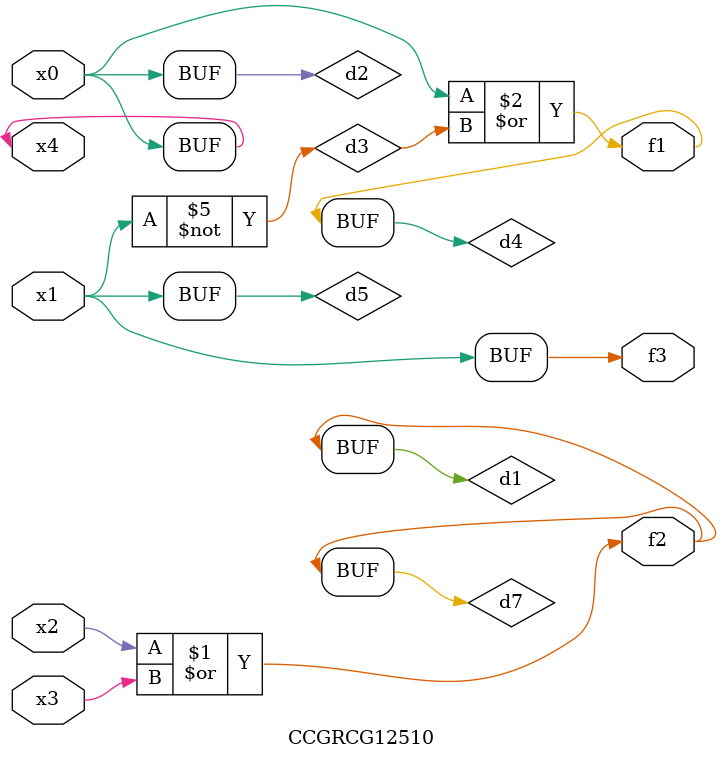
<source format=v>
module CCGRCG12510(
	input x0, x1, x2, x3, x4,
	output f1, f2, f3
);

	wire d1, d2, d3, d4, d5, d6, d7;

	or (d1, x2, x3);
	buf (d2, x0, x4);
	not (d3, x1);
	or (d4, d2, d3);
	not (d5, d3);
	nand (d6, d1, d3);
	or (d7, d1);
	assign f1 = d4;
	assign f2 = d7;
	assign f3 = d5;
endmodule

</source>
